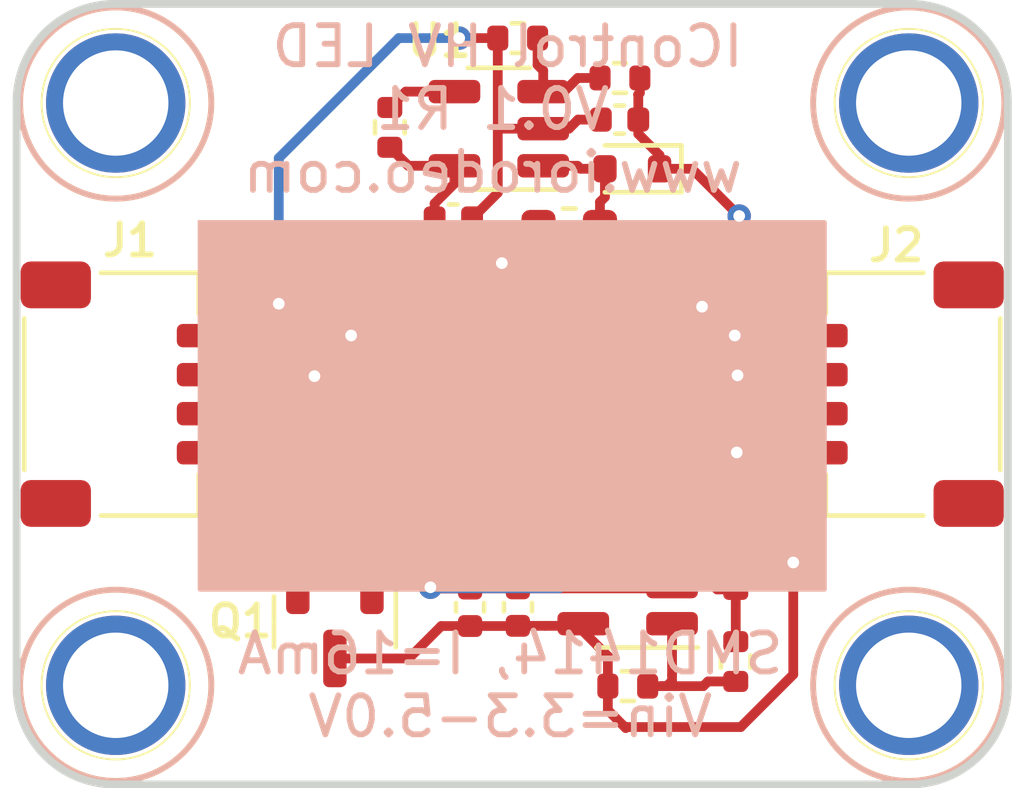
<source format=kicad_pcb>
(kicad_pcb (version 20241229) (generator "pcbnew") (generator_version "9.0")
  (layers (0 "F.Cu" signal) (2 "B.Cu" signal) (13 "F.Paste" user) (15 "B.Paste" user) (5 "F.SilkS" user "F.Silkscreen") (7 "B.SilkS" user "B.Silkscreen") (1 "F.Mask" user) (3 "B.Mask" user) (25 "Edge.Cuts" user))
  (net 0 "")
  (net 1 "GND")
  (net 2 "/VIN")
  (net 3 "/10V")
  (net 4 "/SCL")
  (net 5 "/SDA")
  (net 6 "Net-(D2-A)")
  (net 7 "Net-(D1-K)")
  (net 8 "Net-(D1-A)")
  (net 9 "Net-(Q1-B)")
  (net 10 "/Vset")
  (net 11 "Net-(U1-~{SHDN})")
  (net 12 "Net-(U1-FB)")
  (net 13 "unconnected-(D1-PAD-Pad3)")
  (footprint "custom_mount_hole:MountingHole_2.5mm_Pad" (layer "F.Cu") (at 52.54 52.54)
    (property "Reference" "M1" (hide yes))
    (property "Value" "MountingHole_2.5mm_Pad" (hide yes))
    (fp_circle (center 0 0) (end 1.9 0) (stroke (width 0.05)) (fill no) (layer "F.SilkS"))
    (fp_circle (center 0 0) (end 2.45 0) (stroke (width 0.15)) (fill no) (layer "F.SilkS"))
    (fp_circle (center 0 0) (end 2.45 0) (stroke (width 0.15)) (fill no) (layer "B.SilkS"))
    (pad "~" thru_hole circle (at 0 0) (size 3.57 3.57) (drill 2.7) (layers "*.Cu" "*.Mask"))
  )
  (footprint "custom_mount_hole:MountingHole_2.5mm_Pad" (layer "F.Cu") (at 72.86 52.54)
    (property "Reference" "M2" (hide yes))
    (property "Value" "MountingHole_2.5mm_Pad" (hide yes))
    (fp_circle (center 0 0) (end 1.9 0) (stroke (width 0.05)) (fill no) (layer "F.SilkS"))
    (fp_circle (center 0 0) (end 2.45 0) (stroke (width 0.15)) (fill no) (layer "F.SilkS"))
    (fp_circle (center 0 0) (end 2.45 0) (stroke (width 0.15)) (fill no) (layer "B.SilkS"))
    (pad "~" thru_hole circle (at 0 0) (size 3.57 3.57) (drill 2.7) (layers "*.Cu" "*.Mask"))
  )
  (footprint "custom_mount_hole:MountingHole_2.5mm_Pad" (layer "F.Cu") (at 72.86 67.46)
    (property "Reference" "M3" (hide yes))
    (property "Value" "MountingHole_2.5mm_Pad" (hide yes))
    (fp_circle (center 0 0) (end 1.9 0) (stroke (width 0.05)) (fill no) (layer "F.SilkS"))
    (fp_circle (center 0 0) (end 2.45 0) (stroke (width 0.15)) (fill no) (layer "F.SilkS"))
    (fp_circle (center 0 0) (end 2.45 0) (stroke (width 0.15)) (fill no) (layer "B.SilkS"))
    (pad "~" thru_hole circle (at 0 0) (size 3.57 3.57) (drill 2.7) (layers "*.Cu" "*.Mask"))
  )
  (footprint "custom_mount_hole:MountingHole_2.5mm_Pad" (layer "F.Cu") (at 52.54 67.46)
    (property "Reference" "M4" (hide yes))
    (property "Value" "MountingHole_2.5mm_Pad" (hide yes))
    (fp_circle (center 0 0) (end 1.9 0) (stroke (width 0.05)) (fill no) (layer "F.SilkS"))
    (fp_circle (center 0 0) (end 2.45 0) (stroke (width 0.15)) (fill no) (layer "F.SilkS"))
    (fp_circle (center 0 0) (end 2.45 0) (stroke (width 0.15)) (fill no) (layer "B.SilkS"))
    (pad "~" thru_hole circle (at 0 0) (size 3.57 3.57) (drill 2.7) (layers "*.Cu" "*.Mask"))
  )
  (footprint "LED_1414:LED_1414" (layer "F.Cu") (at 62.7 60 -90)
    (property "Reference" "D1" (at -0.0052 3.772 270) (layer "F.SilkS") (effects (font (size 0.8 0.8) (thickness 0.15) (bold yes))))
    (property "Value" "LED_Pad" (hide yes))
    (fp_line (start -1.9 1.9) (end 1.425 1.9) (stroke (width 0.2)) (layer "F.SilkS"))
    (fp_line (start -1.9 -1.9) (end -1.9 1.9) (stroke (width 0.2)) (layer "F.SilkS"))
    (fp_line (start -1.9 -1.9) (end 1.425 -1.9) (stroke (width 0.2)) (layer "F.SilkS"))
    (pad "1" smd rect (at -1.425 0 270) (size 0.55 3.4) (layers "F.Cu" "F.Mask" "F.Paste") (net 7 "Net-(D1-K)"))
    (pad "2" smd rect (at 1.425 0 270) (size 0.55 3.4) (layers "F.Cu" "F.Mask" "F.Paste") (net 8 "Net-(D1-A)"))
    (pad "3" smd rect (at 0 0 270) (size 1.4 3.4) (layers "F.Cu" "F.Mask" "F.Paste") (net 13 "unconnected-(D1-PAD-Pad3)"))
  )
  (footprint "JST_SH_SM04B_custom:JST_SH_SM04B-SRSS-TB_1x04-1MP_P1.00mm_Horizontal" (layer "F.Cu") (at 52.88 60 -90)
    (property "Reference" "J1" (at -3.9422 -0.0298 0) (layer "F.SilkS") (effects (font (size 0.8 0.8))))
    (property "Value" "Conn_01x04" (hide yes))
    (fp_line (start -1.94 2.685) (end 1.94 2.685) (stroke (width 0.12)) (layer "F.SilkS"))
    (fp_line (start -3.11 0.715) (end -3.11 -1.785) (stroke (width 0.12)) (layer "F.SilkS"))
    (fp_line (start 3.11 0.715) (end 3.11 -1.785) (stroke (width 0.12)) (layer "F.SilkS"))
    (fp_line (start -3.11 -1.785) (end -2.06 -1.785) (stroke (width 0.12)) (layer "F.SilkS"))
    (fp_line (start -2.06 -1.785) (end -2.06 -2.775) (stroke (width 0.12)) (layer "F.SilkS"))
    (fp_line (start 3.11 -1.785) (end 2.06 -1.785) (stroke (width 0.12)) (layer "F.SilkS"))
    (pad "1" smd roundrect (at -1.5 -2 270) (size 0.6 1.55) (layers "F.Cu" "F.Mask" "F.Paste") (net 1 "GND"))
    (pad "2" smd roundrect (at -0.5 -2 270) (size 0.6 1.55) (layers "F.Cu" "F.Mask" "F.Paste") (net 2 "/VIN"))
    (pad "3" smd roundrect (at 0.5 -2 270) (size 0.6 1.55) (layers "F.Cu" "F.Mask" "F.Paste") (net 5 "/SDA"))
    (pad "4" smd roundrect (at 1.5 -2 270) (size 0.6 1.55) (layers "F.Cu" "F.Mask" "F.Paste") (net 4 "/SCL"))
    (pad "MP" smd roundrect (at -2.8 1.875 270) (size 1.2 1.8) (layers "F.Cu" "F.Mask" "F.Paste") (roundrect_rratio 0.2083333333))
    (pad "MP" smd roundrect (at 2.8 1.875 270) (size 1.2 1.8) (layers "F.Cu" "F.Mask" "F.Paste") (roundrect_rratio 0.2083333333))
  )
  (footprint "JST_SH_SM04B_custom:JST_SH_SM04B-SRSS-TB_1x04-1MP_P1.00mm_Horizontal" (layer "F.Cu") (at 72.52 60 90)
    (property "Reference" "J2" (at 3.8152 0.0208 180) (layer "F.SilkS") (effects (font (size 0.8 0.8))))
    (property "Value" "Conn_01x04" (hide yes))
    (fp_line (start 3.11 -1.785) (end 2.06 -1.785) (stroke (width 0.12)) (layer "F.SilkS"))
    (fp_line (start -2.06 -1.785) (end -2.06 -2.775) (stroke (width 0.12)) (layer "F.SilkS"))
    (fp_line (start -3.11 -1.785) (end -2.06 -1.785) (stroke (width 0.12)) (layer "F.SilkS"))
    (fp_line (start 3.11 0.715) (end 3.11 -1.785) (stroke (width 0.12)) (layer "F.SilkS"))
    (fp_line (start -3.11 0.715) (end -3.11 -1.785) (stroke (width 0.12)) (layer "F.SilkS"))
    (fp_line (start -1.94 2.685) (end 1.94 2.685) (stroke (width 0.12)) (layer "F.SilkS"))
    (pad "1" smd roundrect (at -1.5 -2 90) (size 0.6 1.55) (layers "F.Cu" "F.Mask" "F.Paste") (net 1 "GND"))
    (pad "2" smd roundrect (at -0.5 -2 90) (size 0.6 1.55) (layers "F.Cu" "F.Mask" "F.Paste") (net 2 "/VIN"))
    (pad "3" smd roundrect (at 0.5 -2 90) (size 0.6 1.55) (layers "F.Cu" "F.Mask" "F.Paste") (net 5 "/SDA"))
    (pad "4" smd roundrect (at 1.5 -2 90) (size 0.6 1.55) (layers "F.Cu" "F.Mask" "F.Paste") (net 4 "/SCL"))
    (pad "MP" smd roundrect (at -2.8 1.875 90) (size 1.2 1.8) (layers "F.Cu" "F.Mask" "F.Paste") (roundrect_rratio 0.2083333333))
    (pad "MP" smd roundrect (at 2.8 1.875 90) (size 1.2 1.8) (layers "F.Cu" "F.Mask" "F.Paste") (roundrect_rratio 0.2083333333))
  )
  (footprint "Resistor_SMD:R_0402_1005Metric" (layer "F.Cu") (at 68.4276 64.4926 -90)
    (property "Reference" "R1" (hide yes))
    (property "Value" "10" (hide yes))
    (fp_line (start -0.153641 0.38) (end 0.153641 0.38) (stroke (width 0.12)) (layer "F.SilkS"))
    (fp_line (start -0.153641 -0.38) (end 0.153641 -0.38) (stroke (width 0.12)) (layer "F.SilkS"))
    (pad "1" smd roundrect (at -0.51 0 270) (size 0.54 0.64) (layers "F.Cu" "F.Mask" "F.Paste") (net 7 "Net-(D1-K)"))
    (pad "2" smd roundrect (at 0.51 0 270) (size 0.54 0.64) (layers "F.Cu" "F.Mask" "F.Paste") (net 1 "GND"))
  )
  (footprint "Resistor_SMD:R_0402_1005Metric" (layer "F.Cu") (at 62.8396 50.8762 180)
    (property "Reference" "R6" (hide yes))
    (property "Value" "2k" (hide yes))
    (fp_line (start -0.153641 0.38) (end 0.153641 0.38) (stroke (width 0.12)) (layer "F.SilkS"))
    (fp_line (start -0.153641 -0.38) (end 0.153641 -0.38) (stroke (width 0.12)) (layer "F.SilkS"))
    (pad "1" smd roundrect (at -0.51 0 180) (size 0.54 0.64) (layers "F.Cu" "F.Mask" "F.Paste") (net 12 "Net-(U1-FB)"))
    (pad "2" smd roundrect (at 0.51 0 180) (size 0.54 0.64) (layers "F.Cu" "F.Mask" "F.Paste") (net 1 "GND"))
  )
  (footprint "Resistor_SMD:R_0402_1005Metric" (layer "F.Cu") (at 59.563 53.1642 90)
    (property "Reference" "R4" (hide yes))
    (property "Value" "14k" (hide yes))
    (fp_line (start -0.153641 -0.38) (end 0.153641 -0.38) (stroke (width 0.12)) (layer "F.SilkS"))
    (fp_line (start -0.153641 0.38) (end 0.153641 0.38) (stroke (width 0.12)) (layer "F.SilkS"))
    (pad "1" smd roundrect (at -0.51 0 90) (size 0.54 0.64) (layers "F.Cu" "F.Mask" "F.Paste") (net 2 "/VIN"))
    (pad "2" smd roundrect (at 0.51 0 90) (size 0.54 0.64) (layers "F.Cu" "F.Mask" "F.Paste") (net 11 "Net-(U1-~{SHDN})"))
  )
  (footprint "Package_TO_SOT_SMD:SOT-23-5" (layer "F.Cu") (at 65.6577 64.931 180)
    (property "Reference" "U2" (at -0.7887 2.2184 0) (layer "F.SilkS") (effects (font (size 0.8 0.8) (thickness 0.15) (bold yes))))
    (property "Value" "AS321")
    (fp_line (start 0 1.56) (end 0.8 1.56) (stroke (width 0.12)) (layer "F.SilkS"))
    (fp_line (start 0 1.56) (end -0.8 1.56) (stroke (width 0.12)) (layer "F.SilkS"))
    (fp_line (start 0 -1.56) (end 0.8 -1.56) (stroke (width 0.12)) (layer "F.SilkS"))
    (fp_line (start 0 -1.56) (end -1.8 -1.56) (stroke (width 0.12)) (layer "F.SilkS"))
    (pad "1" smd roundrect (at -1.1375 -0.95 180) (size 1.325 0.6) (layers "F.Cu" "F.Mask" "F.Paste") (net 10 "/Vset"))
    (pad "2" smd roundrect (at -1.1375 0 180) (size 1.325 0.6) (layers "F.Cu" "F.Mask" "F.Paste") (net 1 "GND"))
    (pad "3" smd roundrect (at -1.1375 0.95 180) (size 1.325 0.6) (layers "F.Cu" "F.Mask" "F.Paste") (net 7 "Net-(D1-K)"))
    (pad "4" smd roundrect (at 1.1375 0.95 180) (size 1.325 0.6) (layers "F.Cu" "F.Mask" "F.Paste") (net 9 "Net-(Q1-B)"))
    (pad "5" smd roundrect (at 1.1375 -0.95 180) (size 1.325 0.6) (layers "F.Cu" "F.Mask" "F.Paste") (net 3 "/10V"))
  )
  (footprint "Capacitor_SMD:C_0402_1005Metric" (layer "F.Cu") (at 62.8452 65.456 90)
    (property "Reference" "C3" (hide yes))
    (property "Value" "0.1uF" (hide yes))
    (fp_line (start -0.107836 -0.36) (end 0.107836 -0.36) (stroke (width 0.12)) (layer "F.SilkS"))
    (fp_line (start -0.107836 0.36) (end 0.107836 0.36) (stroke (width 0.12)) (layer "F.SilkS"))
    (pad "1" smd roundrect (at -0.48 0 90) (size 0.56 0.62) (layers "F.Cu" "F.Mask" "F.Paste") (net 3 "/10V"))
    (pad "2" smd roundrect (at 0.48 0 90) (size 0.56 0.62) (layers "F.Cu" "F.Mask" "F.Paste") (net 1 "GND"))
  )
  (footprint "Resistor_SMD:R_0402_1005Metric" (layer "F.Cu") (at 68.4276 66.8508 90)
    (property "Reference" "R3" (hide yes))
    (property "Value" "390" (hide yes))
    (fp_line (start -0.153641 -0.38) (end 0.153641 -0.38) (stroke (width 0.12)) (layer "F.SilkS"))
    (fp_line (start -0.153641 0.38) (end 0.153641 0.38) (stroke (width 0.12)) (layer "F.SilkS"))
    (pad "1" smd roundrect (at -0.51 0 90) (size 0.54 0.64) (layers "F.Cu" "F.Mask" "F.Paste") (net 10 "/Vset"))
    (pad "2" smd roundrect (at 0.51 0 90) (size 0.54 0.64) (layers "F.Cu" "F.Mask" "F.Paste") (net 1 "GND"))
  )
  (footprint "Inductor_SMD:L_0603_1608Metric" (layer "F.Cu") (at 64.1604 55.753)
    (property "Reference" "L1" (hide yes))
    (property "Value" "22uF" (hide yes))
    (fp_line (start -0.162779 -0.51) (end 0.162779 -0.51) (stroke (width 0.12)) (layer "F.SilkS"))
    (fp_line (start -0.162779 0.51) (end 0.162779 0.51) (stroke (width 0.12)) (layer "F.SilkS"))
    (pad "1" smd roundrect (at -0.7875 0) (size 0.875 0.95) (layers "F.Cu" "F.Mask" "F.Paste") (net 2 "/VIN"))
    (pad "2" smd roundrect (at 0.7875 0) (size 0.875 0.95) (layers "F.Cu" "F.Mask" "F.Paste") (net 6 "Net-(D2-A)"))
  )
  (footprint "Resistor_SMD:R_0402_1005Metric" (layer "F.Cu") (at 65.6602 67.481)
    (property "Reference" "R2" (hide yes))
    (property "Value" "24k" (hide yes))
    (fp_line (start -0.153641 -0.38) (end 0.153641 -0.38) (stroke (width 0.12)) (layer "F.SilkS"))
    (fp_line (start -0.153641 0.38) (end 0.153641 0.38) (stroke (width 0.12)) (layer "F.SilkS"))
    (pad "1" smd roundrect (at -0.51 0) (size 0.54 0.64) (layers "F.Cu" "F.Mask" "F.Paste") (net 3 "/10V"))
    (pad "2" smd roundrect (at 0.51 0) (size 0.54 0.64) (layers "F.Cu" "F.Mask" "F.Paste") (net 10 "/Vset"))
  )
  (footprint "Capacitor_SMD:C_0402_1005Metric" (layer "F.Cu") (at 61.1912 55.499 180)
    (property "Reference" "C1" (hide yes))
    (property "Value" "1uF" (hide yes))
    (fp_line (start -0.107836 0.36) (end 0.107836 0.36) (stroke (width 0.12)) (layer "F.SilkS"))
    (fp_line (start -0.107836 -0.36) (end 0.107836 -0.36) (stroke (width 0.12)) (layer "F.SilkS"))
    (pad "1" smd roundrect (at -0.48 0 180) (size 0.56 0.62) (layers "F.Cu" "F.Mask" "F.Paste") (net 1 "GND"))
    (pad "2" smd roundrect (at 0.48 0 180) (size 0.56 0.62) (layers "F.Cu" "F.Mask" "F.Paste") (net 2 "/VIN"))
  )
  (footprint "Capacitor_SMD:C_0402_1005Metric" (layer "F.Cu") (at 61.6202 65.461 90)
    (property "Reference" "C4" (hide yes))
    (property "Value" "1uF" (hide yes))
    (fp_line (start -0.107836 -0.36) (end 0.107836 -0.36) (stroke (width 0.12)) (layer "F.SilkS"))
    (fp_line (start -0.107836 0.36) (end 0.107836 0.36) (stroke (width 0.12)) (layer "F.SilkS"))
    (pad "1" smd roundrect (at -0.48 0 90) (size 0.56 0.62) (layers "F.Cu" "F.Mask" "F.Paste") (net 3 "/10V"))
    (pad "2" smd roundrect (at 0.48 0 90) (size 0.56 0.62) (layers "F.Cu" "F.Mask" "F.Paste") (net 1 "GND"))
  )
  (footprint "Capacitor_SMD:C_0402_1005Metric" (layer "F.Cu") (at 65.45 52.9648)
    (property "Reference" "C2" (hide yes))
    (property "Value" "1uF" (hide yes))
    (fp_line (start -0.107836 -0.36) (end 0.107836 -0.36) (stroke (width 0.12)) (layer "F.SilkS"))
    (fp_line (start -0.107836 0.36) (end 0.107836 0.36) (stroke (width 0.12)) (layer "F.SilkS"))
    (pad "1" smd roundrect (at -0.48 0) (size 0.56 0.62) (layers "F.Cu" "F.Mask" "F.Paste") (net 1 "GND"))
    (pad "2" smd roundrect (at 0.48 0) (size 0.56 0.62) (layers "F.Cu" "F.Mask" "F.Paste") (net 3 "/10V"))
  )
  (footprint "Package_TO_SOT_SMD:SOT-23" (layer "F.Cu") (at 58.1558 65.8345 -90)
    (property "Reference" "Q1" (at -0.0125 2.425 180) (layer "F.SilkS") (effects (font (size 0.8 0.8) (thickness 0.15) (bold yes))))
    (property "Value" "MMBT5551L" (hide yes))
    (fp_line (start 0 1.56) (end -0.65 1.56) (stroke (width 0.12)) (layer "F.SilkS"))
    (fp_line (start 0 1.56) (end 0.65 1.56) (stroke (width 0.12)) (layer "F.SilkS"))
    (fp_line (start 0 -1.56) (end -1.675 -1.56) (stroke (width 0.12)) (layer "F.SilkS"))
    (fp_line (start 0 -1.56) (end 0.65 -1.56) (stroke (width 0.12)) (layer "F.SilkS"))
    (pad "1" smd roundrect (at -0.9375 -0.95 270) (size 1.475 0.6) (layers "F.Cu" "F.Mask" "F.Paste") (net 9 "Net-(Q1-B)"))
    (pad "2" smd roundrect (at -0.9375 0.95 270) (size 1.475 0.6) (layers "F.Cu" "F.Mask" "F.Paste") (net 8 "Net-(D1-A)"))
    (pad "3" smd roundrect (at 0.9375 0 270) (size 1.475 0.6) (layers "F.Cu" "F.Mask" "F.Paste") (net 3 "/10V"))
  )
  (footprint "Diode_SMD:D_SOD-523" (layer "F.Cu") (at 65.775 54.225 180)
    (property "Reference" "D2" (hide yes))
    (property "Value" "D_Schottky" (hide yes))
    (fp_line (start 0.7 0.6) (end -1.26 0.6) (stroke (width 0.12)) (layer "F.SilkS"))
    (fp_line (start 0.7 -0.6) (end -1.26 -0.6) (stroke (width 0.12)) (layer "F.SilkS"))
    (fp_line (start -1.26 -0.6) (end -1.26 0.6) (stroke (width 0.12)) (layer "F.SilkS"))
    (pad "1" smd roundrect (at -0.7 0) (size 0.6 0.7) (layers "F.Cu" "F.Mask" "F.Paste") (net 3 "/10V"))
    (pad "2" smd roundrect (at 0.7 0) (size 0.6 0.7) (layers "F.Cu" "F.Mask" "F.Paste") (net 6 "Net-(D2-A)"))
  )
  (footprint "Resistor_SMD:R_0402_1005Metric" (layer "F.Cu") (at 65.4602 51.898 180)
    (property "Reference" "R5" (hide yes))
    (property "Value" "14k" (hide yes))
    (fp_line (start -0.153641 0.38) (end 0.153641 0.38) (stroke (width 0.12)) (layer "F.SilkS"))
    (fp_line (start -0.153641 -0.38) (end 0.153641 -0.38) (stroke (width 0.12)) (layer "F.SilkS"))
    (pad "1" smd roundrect (at -0.51 0 180) (size 0.54 0.64) (layers "F.Cu" "F.Mask" "F.Paste") (net 3 "/10V"))
    (pad "2" smd roundrect (at 0.51 0 180) (size 0.54 0.64) (layers "F.Cu" "F.Mask" "F.Paste") (net 12 "Net-(U1-FB)"))
  )
  (footprint "Package_TO_SOT_SMD:SOT-23-5" (layer "F.Cu") (at 62.3565 53.1978 180)
    (property "Reference" "U1" (at 1.5235 2.2454 180) (layer "F.SilkS") (effects (font (size 0.8 0.8))))
    (property "Value" "AP3012" (hide yes))
    (fp_line (start 0 1.56) (end 0.8 1.56) (stroke (width 0.12)) (layer "F.SilkS"))
    (fp_line (start 0 1.56) (end -0.8 1.56) (stroke (width 0.12)) (layer "F.SilkS"))
    (fp_line (start 0 -1.56) (end 0.8 -1.56) (stroke (width 0.12)) (layer "F.SilkS"))
    (fp_line (start 0 -1.56) (end -1.8 -1.56) (stroke (width 0.12)) (layer "F.SilkS"))
    (pad "1" smd roundrect (at -1.1375 -0.95 180) (size 1.325 0.6) (layers "F.Cu" "F.Mask" "F.Paste") (net 6 "Net-(D2-A)"))
    (pad "2" smd roundrect (at -1.1375 0 180) (size 1.325 0.6) (layers "F.Cu" "F.Mask" "F.Paste") (net 1 "GND"))
    (pad "3" smd roundrect (at -1.1375 0.95 180) (size 1.325 0.6) (layers "F.Cu" "F.Mask" "F.Paste") (net 12 "Net-(U1-FB)"))
    (pad "4" smd roundrect (at 1.1375 0.95 180) (size 1.325 0.6) (layers "F.Cu" "F.Mask" "F.Paste") (net 11 "Net-(U1-~{SHDN})"))
    (pad "5" smd roundrect (at 1.1375 -0.95 180) (size 1.325 0.6) (layers "F.Cu" "F.Mask" "F.Paste") (net 2 "/VIN"))
  )
  (gr_circle (center 62.7 60) (end 65.7 60) (stroke (width 0.25)) (fill no) (layer "F.SilkS"))
  (gr_rect (start 54.7 55.6) (end 70.7 65) (stroke (width 0.12)) (fill yes) (layer "B.SilkS"))
  (gr_arc (start 72.9 50) (mid 74.667767 50.732233) (end 75.4 52.5) (stroke (width 0.2)) (layer "Edge.Cuts"))
  (gr_arc (start 52.5 70) (mid 50.732233 69.267767) (end 50 67.5) (stroke (width 0.2)) (layer "Edge.Cuts"))
  (gr_line (start 52.5 50) (end 72.9 50) (stroke (width 0.2)) (layer "Edge.Cuts"))
  (gr_arc (start 50 52.5) (mid 50.732233 50.732233) (end 52.5 50) (stroke (width 0.2)) (layer "Edge.Cuts"))
  (gr_arc (start 75.4 67.5) (mid 74.667767 69.267767) (end 72.9 70) (stroke (width 0.2)) (layer "Edge.Cuts"))
  (gr_line (start 50 52.5) (end 50 67.5) (stroke (width 0.2)) (layer "Edge.Cuts"))
  (gr_line (start 52.5 70) (end 72.9 70) (stroke (width 0.2)) (layer "Edge.Cuts"))
  (gr_line (start 75.4 52.5) (end 75.4 67.5) (stroke (width 0.2)) (layer "Edge.Cuts"))
  (gr_text "IControl HV LED \nV0.1 R1\nwww.iorodeo.com\n" (at 62.2 52.7 0) (layer "B.SilkS") (effects (font (size 1 1)) (justify mirror)))
  (gr_text "\nSMD1414, I=16mA\nVin=3.3-5.0V" (at 62.65 66.65 0) (layer "B.SilkS") (effects (font (size 1 1)) (justify mirror)))
  (segment (start 62.3296 54.8406) (end 61.6712 55.499) (width 0.25) (layer "F.Cu") (net 1))
  (segment (start 68.4276 65.0026) (end 68.4276 66.3408) (width 0.25) (layer "F.Cu") (net 1))
  (segment (start 60.6376 64.981) (end 61.6202 64.981) (width 0.25) (layer "F.Cu") (net 1))
  (segment (start 63.494 53.1978) (end 64.1522 53.1978) (width 0.25) (layer "F.Cu") (net 1))
  (segment (start 62.8452 64.976) (end 61.6252 64.976) (width 0.25) (layer "F.Cu") (net 1))
  (segment (start 68.4276 65.0026) (end 67.949 65.0026) (width 0.25) (layer "F.Cu") (net 1))
  (segment (start 70.3134 61.4934) (end 70.32 61.5) (width 0.25) (layer "F.Cu") (net 1))
  (segment (start 62.8452 64.976) (end 63.9452 64.976) (width 0.25) (layer "F.Cu") (net 1))
  (segment (start 67.949 65.0026) (end 67.8774 64.931) (width 0.25) (layer "F.Cu") (net 1))
  (segment (start 68.453 61.4934) (end 70.4134 61.4934) (width 0.25) (layer "F.Cu") (net 1))
  (segment (start 62.3296 53.1876) (end 62.3296 54.8406) (width 0.25) (layer "F.Cu") (net 1))
  (segment (start 62.3296 50.8762) (end 62.3296 53.1876) (width 0.25) (layer "F.Cu") (net 1))
  (segment (start 70.4134 61.4934) (end 70.42 61.5) (width 0.25) (layer "F.Cu") (net 1))
  (segment (start 65 52.975) (end 65.0102 52.9648) (width 0.25) (layer "F.Cu") (net 1))
  (segment (start 70.7684 61.4934) (end 70.775 61.5) (width 0.25) (layer "F.Cu") (net 1))
  (segment (start 62.3398 53.1978) (end 62.3296 53.1876) (width 0.25) (layer "F.Cu") (net 1))
  (segment (start 64.3852 52.9648) (end 64.97 52.9648) (width 0.25) (layer "F.Cu") (net 1))
  (segment (start 70.3634 61.4934) (end 70.37 61.5) (width 0.25) (layer "F.Cu") (net 1))
  (segment (start 66.7502 64.976) (end 66.7952 64.931) (width 0.25) (layer "F.Cu") (net 1))
  (segment (start 55.9016 58.5) (end 54.98 58.5) (width 0.25) (layer "F.Cu") (net 1))
  (segment (start 67.8774 64.931) (end 66.7952 64.931) (width 0.25) (layer "F.Cu") (net 1))
  (segment (start 56.7182 57.6834) (end 55.9016 58.5) (width 0.25) (layer "F.Cu") (net 1))
  (segment (start 63.9452 64.976) (end 66.7502 64.976) (width 0.25) (layer "F.Cu") (net 1))
  (segment (start 61.341 50.8762) (end 62.3296 50.8762) (width 0.25) (layer "F.Cu") (net 1))
  (segment (start 64.1522 53.1978) (end 64.3852 52.9648) (width 0.25) (layer "F.Cu") (net 1))
  (segment (start 60.6044 64.9478) (end 60.6376 64.981) (width 0.25) (layer "F.Cu") (net 1))
  (segment (start 61.6252 64.976) (end 61.6202 64.981) (width 0.25) (layer "F.Cu") (net 1))
  (segment (start 63.494 53.1978) (end 62.3398 53.1978) (width 0.25) (layer "F.Cu") (net 1))
  (via (at 60.6044 64.9478) (size 0.6) (drill 0.3) (layers "F.Cu" "B.Cu") (net 1))
  (via (at 56.7182 57.6834) (size 0.6) (drill 0.3) (layers "F.Cu" "B.Cu") (net 1))
  (via (at 61.341 50.8762) (size 0.6) (drill 0.3) (layers "F.Cu" "B.Cu") (net 1))
  (via (at 68.453 61.4934) (size 0.6) (drill 0.3) (layers "F.Cu" "B.Cu") (net 1))
  (segment (start 60.6298 64.9732) (end 63.9064 64.9732) (width 0.25) (layer "B.Cu") (net 1))
  (segment (start 56.7182 57.6834) (end 56.7182 61.0362) (width 0.25) (layer "B.Cu") (net 1))
  (segment (start 56.7182 61.0362) (end 60.6044 64.9224) (width 0.25) (layer "B.Cu") (net 1))
  (segment (start 60.6044 64.9478) (end 60.6298 64.9732) (width 0.25) (layer "B.Cu") (net 1))
  (segment (start 56.7182 53.9496) (end 59.7916 50.8762) (width 0.25) (layer "B.Cu") (net 1))
  (segment (start 60.6044 64.9224) (end 60.6044 64.9478) (width 0.25) (layer "B.Cu") (net 1))
  (segment (start 59.7916 50.8762) (end 61.341 50.8762) (width 0.25) (layer "B.Cu") (net 1))
  (segment (start 63.9064 64.9732) (end 67.3862 61.4934) (width 0.25) (layer "B.Cu") (net 1))
  (segment (start 56.7182 57.6834) (end 56.7182 53.9496) (width 0.25) (layer "B.Cu") (net 1))
  (segment (start 67.3862 61.4934) (end 68.453 61.4934) (width 0.25) (layer "B.Cu") (net 1))
  (segment (start 60.0366 54.1478) (end 59.563 53.6742) (width 0.25) (layer "F.Cu") (net 2))
  (segment (start 67.564 57.758204) (end 67.564 60.0456) (width 0.25) (layer "F.Cu") (net 2))
  (segment (start 61.219 54.605) (end 60.7112 55.1128) (width 0.25) (layer "F.Cu") (net 2))
  (segment (start 62.4078 56.6674) (end 62.4332 56.642) (width 0.25) (layer "F.Cu") (net 2))
  (segment (start 58.7248 56.6674) (end 60.706 56.6674) (width 0.25) (layer "F.Cu") (net 2))
  (segment (start 68.0184 60.5) (end 70.42 60.5) (width 0.25) (layer "F.Cu") (net 2))
  (segment (start 60.706 56.6674) (end 62.4078 56.6674) (width 0.25) (layer "F.Cu") (net 2))
  (segment (start 62.6872 55.753) (end 63.3729 55.753) (width 0.25) (layer "F.Cu") (net 2))
  (segment (start 61.219 54.1478) (end 61.219 54.605) (width 0.25) (layer "F.Cu") (net 2))
  (segment (start 61.219 54.1478) (end 60.0366 54.1478) (width 0.25) (layer "F.Cu") (net 2))
  (segment (start 60.7112 56.6622) (end 60.706 56.6674) (width 0.25) (layer "F.Cu") (net 2))
  (segment (start 67.564 60.0456) (end 68.0184 60.5) (width 0.25) (layer "F.Cu") (net 2))
  (segment (start 62.4332 56.007) (end 62.4332 56.642) (width 0.25) (layer "F.Cu") (net 2))
  (segment (start 54.88 59.5) (end 55.8922 59.5) (width 0.25) (layer "F.Cu") (net 2))
  (segment (start 62.6872 55.753) (end 62.4332 56.007) (width 0.25) (layer "F.Cu") (net 2))
  (segment (start 60.7112 55.499) (end 60.7112 56.6622) (width 0.25) (layer "F.Cu") (net 2))
  (segment (start 60.7112 55.1128) (end 60.7112 55.499) (width 0.25) (layer "F.Cu") (net 2))
  (segment (start 55.8922 59.5) (end 58.7248 56.6674) (width 0.25) (layer "F.Cu") (net 2))
  (via (at 67.564 57.758204) (size 0.6) (drill 0.3) (layers "F.Cu" "B.Cu") (net 2))
  (via (at 62.4332 56.642) (size 0.6) (drill 0.3) (layers "F.Cu" "B.Cu") (net 2))
  (segment (start 66.447796 56.642) (end 67.564 57.758204) (width 0.25) (layer "B.Cu") (net 2))
  (segment (start 62.4332 56.642) (end 66.447796 56.642) (width 0.25) (layer "B.Cu") (net 2))
  (segment (start 69.9008 67.183) (end 68.5546 68.5292) (width 0.25) (layer "F.Cu") (net 3))
  (segment (start 66.475 53.875) (end 66.475 54.225) (width 0.25) (layer "F.Cu") (net 3))
  (segment (start 64.5202 65.881) (end 64.5202 66.081) (width 0.25) (layer "F.Cu") (net 3))
  (segment (start 62.8402 65.941) (end 62.8452 65.936) (width 0.25) (layer "F.Cu") (net 3))
  (segment (start 63.5452 65.936) (end 64.4652 65.936) (width 0.25) (layer "F.Cu") (net 3))
  (segment (start 65.6082 68.5546) (end 65.1502 68.0966) (width 0.25) (layer "F.Cu") (net 3))
  (segment (start 58.1558 66.772) (end 60.0502 66.772) (width 0.25) (layer "F.Cu") (net 3))
  (segment (start 62.8452 65.936) (end 63.5452 65.936) (width 0.25) (layer "F.Cu") (net 3))
  (segment (start 60.8812 65.941) (end 61.6202 65.941) (width 0.25) (layer "F.Cu") (net 3))
  (segment (start 65.925 52.325) (end 65.93 52.33) (width 0.25) (layer "F.Cu") (net 3))
  (segment (start 65.1502 66.711) (end 65.1502 67.481) (width 0.25) (layer "F.Cu") (net 3))
  (segment (start 67.306 54.225) (end 66.475 54.225) (width 0.25) (layer "F.Cu") (net 3))
  (segment (start 65.93 52.33) (end 65.93 52.9648) (width 0.25) (layer "F.Cu") (net 3))
  (segment (start 64.5202 66.081) (end 65.1502 66.711) (width 0.25) (layer "F.Cu") (net 3))
  (segment (start 65.93 53.33) (end 66.475 53.875) (width 0.25) (layer "F.Cu") (net 3))
  (segment (start 65.1502 68.0966) (end 65.1502 67.481) (width 0.25) (layer "F.Cu") (net 3))
  (segment (start 65.9702 52.2798) (end 65.925 52.325) (width 0.25) (layer "F.Cu") (net 3))
  (segment (start 61.6202 65.941) (end 62.8402 65.941) (width 0.25) (layer "F.Cu") (net 3))
  (segment (start 65.93 52.9648) (end 65.93 53.33) (width 0.25) (layer "F.Cu") (net 3))
  (segment (start 65.9702 51.898) (end 65.9702 52.2798) (width 0.25) (layer "F.Cu") (net 3))
  (segment (start 68.5155 55.4345) (end 67.306 54.225) (width 0.25) (layer "F.Cu") (net 3))
  (segment (start 65.6336 68.5292) (end 65.6082 68.5546) (width 0.25) (layer "F.Cu") (net 3))
  (segment (start 68.5546 68.5292) (end 65.6336 68.5292) (width 0.25) (layer "F.Cu") (net 3))
  (segment (start 60.0502 66.772) (end 60.8812 65.941) (width 0.25) (layer "F.Cu") (net 3))
  (segment (start 69.9008 64.3128) (end 69.9008 67.183) (width 0.25) (layer "F.Cu") (net 3))
  (segment (start 64.4652 65.936) (end 64.5202 65.881) (width 0.25) (layer "F.Cu") (net 3))
  (via (at 69.9008 64.3128) (size 0.6) (drill 0.3) (layers "F.Cu" "B.Cu") (net 3))
  (via (at 68.5155 55.4345) (size 0.6) (drill 0.3) (layers "F.Cu" "B.Cu") (net 3))
  (segment (start 68.5155 55.4345) (end 69.9008 56.8198) (width 0.25) (layer "B.Cu") (net 3))
  (segment (start 69.9008 56.8198) (end 69.9008 64.3128) (width 0.25) (layer "B.Cu") (net 3))
  (segment (start 70.52 58.5) (end 68.406 58.5) (width 0.25) (layer "F.Cu") (net 4))
  (segment (start 56.5846 61.5) (end 54.98 61.5) (width 0.25) (layer "F.Cu") (net 4))
  (segment (start 68.406 58.5) (end 68.4022 58.4962) (width 0.25) (layer "F.Cu") (net 4))
  (segment (start 58.5724 58.4962) (end 58.5724 59.5122) (width 0.25) (layer "F.Cu") (net 4))
  (segment (start 70.36 58.49) (end 70.37 58.5) (width 0.25) (layer "F.Cu") (net 4))
  (segment (start 58.5724 59.5122) (end 56.5846 61.5) (width 0.25) (layer "F.Cu") (net 4))
  (segment (start 70.31 58.49) (end 70.32 58.5) (width 0.25) (layer "F.Cu") (net 4))
  (via (at 68.4022 58.4962) (size 0.6) (drill 0.3) (layers "F.Cu" "B.Cu") (net 4))
  (via (at 58.5724 58.4962) (size 0.6) (drill 0.3) (layers "F.Cu" "B.Cu") (net 4))
  (segment (start 58.5724 58.4962) (end 68.4022 58.4962) (width 0.25) (layer "B.Cu") (net 4))
  (segment (start 68.472931 59.517669) (end 70.402331 59.517669) (width 0.25) (layer "F.Cu") (net 5))
  (segment (start 68.472931 59.517669) (end 68.4906 59.5) (width 0.25) (layer "F.Cu") (net 5))
  (segment (start 70.402331 59.517669) (end 70.42 59.5) (width 0.25) (layer "F.Cu") (net 5))
  (segment (start 68.472931 59.517669) (end 68.455262 59.5) (width 0.25) (layer "F.Cu") (net 5))
  (segment (start 70.352331 59.517669) (end 70.37 59.5) (width 0.25) (layer "F.Cu") (net 5))
  (segment (start 57.6326 59.5376) (end 56.6702 60.5) (width 0.25) (layer "F.Cu") (net 5))
  (segment (start 56.6702 60.5) (end 54.98 60.5) (width 0.25) (layer "F.Cu") (net 5))
  (via (at 57.6326 59.5376) (size 0.6) (drill 0.3) (layers "F.Cu" "B.Cu") (net 5))
  (via (at 68.472931 59.517669) (size 0.6) (drill 0.3) (layers "F.Cu" "B.Cu") (net 5))
  (segment (start 57.652531 59.517669) (end 68.472931 59.517669) (width 0.25) (layer "B.Cu") (net 5))
  (segment (start 57.6326 59.5376) (end 57.652531 59.517669) (width 0.25) (layer "B.Cu") (net 5))
  (segment (start 64.45 54.225) (end 65.075 54.225) (width 0.25) (layer "F.Cu") (net 6))
  (segment (start 63.494 54.1478) (end 64.3728 54.1478) (width 0.25) (layer "F.Cu") (net 6))
  (segment (start 64.9479 55.753) (end 64.9479 55.0771) (width 0.25) (layer "F.Cu") (net 6))
  (segment (start 64.9479 55.0771) (end 65.075 54.95) (width 0.25) (layer "F.Cu") (net 6))
  (segment (start 65.075 54.95) (end 65.075 54.225) (width 0.25) (layer "F.Cu") (net 6))
  (segment (start 64.3728 54.1478) (end 64.45 54.225) (width 0.25) (layer "F.Cu") (net 6))
  (segment (start 62.7 57.4856) (end 63.4166 56.769) (width 0.25) (layer "F.Cu") (net 7))
  (segment (start 68.426 63.981) (end 68.4276 63.9826) (width 0.25) (layer "F.Cu") (net 7))
  (segment (start 66.7952 57.6004) (end 66.7952 63.981) (width 0.25) (layer "F.Cu") (net 7))
  (segment (start 63.4166 56.769) (end 65.9638 56.769) (width 0.25) (layer "F.Cu") (net 7))
  (segment (start 65.9638 56.769) (end 66.7952 57.6004) (width 0.25) (layer "F.Cu") (net 7))
  (segment (start 62.7 58.575) (end 62.7 57.4856) (width 0.25) (layer "F.Cu") (net 7))
  (segment (start 66.7952 63.981) (end 68.426 63.981) (width 0.25) (layer "F.Cu") (net 7))
  (segment (start 57.2058 64.897) (end 57.2058 64.1046) (width 0.25) (layer "F.Cu") (net 8))
  (segment (start 62.7 62.8522) (end 62.7 61.425) (width 0.25) (layer "F.Cu") (net 8))
  (segment (start 57.912 63.3984) (end 62.1538 63.3984) (width 0.25) (layer "F.Cu") (net 8))
  (segment (start 57.2058 64.1046) (end 57.912 63.3984) (width 0.25) (layer "F.Cu") (net 8))
  (segment (start 62.1538 63.3984) (end 62.7 62.8522) (width 0.25) (layer "F.Cu") (net 8))
  (segment (start 59.4122 63.981) (end 64.5202 63.981) (width 0.25) (layer "F.Cu") (net 9))
  (segment (start 59.1058 64.2874) (end 59.4122 63.981) (width 0.25) (layer "F.Cu") (net 9))
  (segment (start 59.1058 64.897) (end 59.1058 64.2874) (width 0.25) (layer "F.Cu") (net 9))
  (segment (start 66.7952 67.346) (end 66.6602 67.481) (width 0.25) (layer "F.Cu") (net 10))
  (segment (start 67.7164 67.3608) (end 68.4276 67.3608) (width 0.25) (layer "F.Cu") (net 10))
  (segment (start 66.7952 65.881) (end 66.7952 67.196) (width 0.25) (layer "F.Cu") (net 10))
  (segment (start 66.5226 67.481) (end 67.5962 67.481) (width 0.25) (layer "F.Cu") (net 10))
  (segment (start 66.5226 67.481) (end 66.1702 67.481) (width 0.25) (layer "F.Cu") (net 10))
  (segment (start 66.7952 67.196) (end 66.7952 67.346) (width 0.25) (layer "F.Cu") (net 10))
  (segment (start 66.6602 67.481) (end 66.5226 67.481) (width 0.25) (layer "F.Cu") (net 10))
  (segment (start 67.5962 67.481) (end 67.7164 67.3608) (width 0.25) (layer "F.Cu") (net 10))
  (segment (start 59.9694 52.2478) (end 61.219 52.2478) (width 0.25) (layer "F.Cu") (net 11))
  (segment (start 59.563 52.6542) (end 59.9694 52.2478) (width 0.25) (layer "F.Cu") (net 11))
  (segment (start 64.9796 51.8686) (end 64.9502 51.898) (width 0.25) (layer "F.Cu") (net 12))
  (segment (start 63.3496 51.564) (end 63.3496 50.8762) (width 0.25) (layer "F.Cu") (net 12))
  (segment (start 63.494 51.7084) (end 63.3496 51.564) (width 0.25) (layer "F.Cu") (net 12))
  (segment (start 64.0272 52.2478) (end 64.377 51.898) (width 0.25) (layer "F.Cu") (net 12))
  (segment (start 64.377 51.898) (end 64.9502 51.898) (width 0.25) (layer "F.Cu") (net 12))
  (segment (start 63.494 52.2478) (end 63.494 51.7084) (width 0.25) (layer "F.Cu") (net 12))
  (segment (start 63.494 52.2478) (end 64.0272 52.2478) (width 0.25) (layer "F.Cu") (net 12))
  (zone (net 8) (net_name "Net-(D1-A)") (layer "F.Cu") (priority 1) (connect_pads yes (clearance 0.3)) (min_thickness 0.25) (fill yes (thermal_gap 0.5) (thermal_bridge_width 0.5))
    (polygon (pts (xy 60.9346 62.6872) (xy 64.4398 62.6872) (xy 64.4398 61.1124) (xy 60.9346 61.1124)))
  )
  (zone (net 7) (net_name "Net-(D1-K)") (layer "F.Cu") (connect_pads yes (clearance 0.3)) (min_thickness 0.25) (fill yes (thermal_gap 0.5) (thermal_bridge_width 0.5))
    (polygon (pts (xy 60.9346 58.293) (xy 60.9346 57.3532) (xy 64.4398 57.3532) (xy 64.4398 58.8518) (xy 60.9346 58.8518)))
  )
  (zone (net 13) (net_name "unconnected-(D1-PAD-Pad3)") (layer "F.Cu") (priority 2) (connect_pads yes (clearance 0.3)) (min_thickness 0.25) (fill yes (thermal_gap 0.5) (thermal_bridge_width 0.5) (island_removal_mode 1) (island_area_min 10))
    (polygon (pts (xy 59.4106 57.3532) (xy 59.4106 62.6618) (xy 60.6044 62.6618) (xy 60.6044 60.5028) (xy 61.2648 60.5028) (xy 61.2648 59.5122) (xy 60.6044 59.5122) (xy 60.6044 57.3532)))
  )
  (zone (net 13) (net_name "unconnected-(D1-PAD-Pad3)") (layer "F.Cu") (priority 3) (connect_pads yes (clearance 0.3)) (min_thickness 0.25) (fill yes (thermal_gap 0.5) (thermal_bridge_width 0.5))
    (polygon (pts (xy 63.9826 59.5122) (xy 63.9826 60.5028) (xy 64.7954 60.5028) (xy 64.7954 62.6618) (xy 66.0146 62.6618) (xy 66.0146 57.3532) (xy 64.77 57.3532) (xy 64.77 59.5122)))
  )
)
</source>
